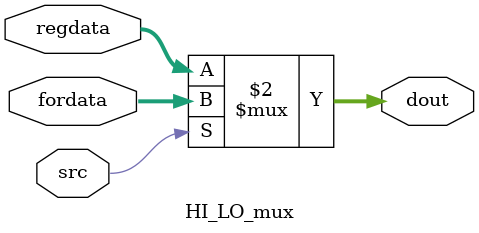
<source format=v>
`timescale 1ns / 1ps

//HI LO Ç°µÄforward
module HI_LO_mux(
            input [31:0] regdata,fordata,
            input src,
            output [31:0] dout
    );
    
            assign dout = (src == 1'b0)     ?       regdata     :       fordata;
endmodule

</source>
